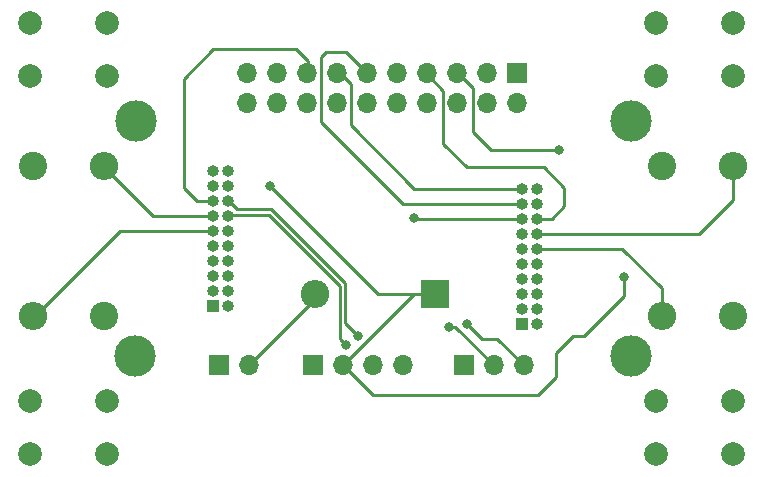
<source format=gbr>
%TF.GenerationSoftware,KiCad,Pcbnew,(6.0.5)*%
%TF.CreationDate,2023-09-26T15:27:10-04:00*%
%TF.ProjectId,lcd_128_io_board,6c63645f-3132-4385-9f69-6f5f626f6172,rev?*%
%TF.SameCoordinates,Original*%
%TF.FileFunction,Copper,L2,Bot*%
%TF.FilePolarity,Positive*%
%FSLAX46Y46*%
G04 Gerber Fmt 4.6, Leading zero omitted, Abs format (unit mm)*
G04 Created by KiCad (PCBNEW (6.0.5)) date 2023-09-26 15:27:10*
%MOMM*%
%LPD*%
G01*
G04 APERTURE LIST*
%TA.AperFunction,ComponentPad*%
%ADD10C,2.000000*%
%TD*%
%TA.AperFunction,ComponentPad*%
%ADD11R,1.700000X1.700000*%
%TD*%
%TA.AperFunction,ComponentPad*%
%ADD12O,1.700000X1.700000*%
%TD*%
%TA.AperFunction,ComponentPad*%
%ADD13C,2.400000*%
%TD*%
%TA.AperFunction,ComponentPad*%
%ADD14O,2.400000X2.400000*%
%TD*%
%TA.AperFunction,ComponentPad*%
%ADD15R,2.400000X2.400000*%
%TD*%
%TA.AperFunction,ComponentPad*%
%ADD16R,1.000000X1.000000*%
%TD*%
%TA.AperFunction,ComponentPad*%
%ADD17O,1.000000X1.000000*%
%TD*%
%TA.AperFunction,ViaPad*%
%ADD18C,3.500000*%
%TD*%
%TA.AperFunction,ViaPad*%
%ADD19C,0.800000*%
%TD*%
%TA.AperFunction,Conductor*%
%ADD20C,0.250000*%
%TD*%
G04 APERTURE END LIST*
D10*
%TO.P,SW1,1,1*%
%TO.N,GND*%
X159250000Y-126500000D03*
X152750000Y-126500000D03*
%TO.P,SW1,2,2*%
%TO.N,GP28*%
X159250000Y-131000000D03*
X152750000Y-131000000D03*
%TD*%
D11*
%TO.P,J5,1,Pin_1*%
%TO.N,GND*%
X123700000Y-123500000D03*
D12*
%TO.P,J5,2,Pin_2*%
%TO.N,VDD*%
X126240000Y-123500000D03*
%TO.P,J5,3,Pin_3*%
%TO.N,SDA*%
X128780000Y-123500000D03*
%TO.P,J5,4,Pin_4*%
%TO.N,SCL*%
X131320000Y-123500000D03*
%TD*%
D13*
%TO.P,R4,1*%
%TO.N,VDD*%
X159250000Y-119350000D03*
D14*
%TO.P,R4,2*%
%TO.N,GP27*%
X159250000Y-106650000D03*
%TD*%
D10*
%TO.P,SW3,1,1*%
%TO.N,GND*%
X99750000Y-94500000D03*
X106250000Y-94500000D03*
%TO.P,SW3,2,2*%
%TO.N,GP14*%
X99750000Y-99000000D03*
X106250000Y-99000000D03*
%TD*%
D11*
%TO.P,J6,1,Pin_1*%
%TO.N,AREF*%
X141000000Y-98725000D03*
D12*
%TO.P,J6,2,Pin_2*%
%TO.N,GP19*%
X141000000Y-101265000D03*
%TO.P,J6,3,Pin_3*%
%TO.N,RUN*%
X138460000Y-98725000D03*
%TO.P,J6,4,Pin_4*%
%TO.N,GP20*%
X138460000Y-101265000D03*
%TO.P,J6,5,Pin_5*%
%TO.N,BAT_ADC*%
X135920000Y-98725000D03*
%TO.P,J6,6,Pin_6*%
%TO.N,GP21*%
X135920000Y-101265000D03*
%TO.P,J6,7,Pin_7*%
%TO.N,GP26*%
X133380000Y-98725000D03*
%TO.P,J6,8,Pin_8*%
%TO.N,GP22*%
X133380000Y-101265000D03*
%TO.P,J6,9,Pin_9*%
%TO.N,GP18*%
X130840000Y-98725000D03*
%TO.P,J6,10,Pin_10*%
%TO.N,GP2*%
X130840000Y-101265000D03*
%TO.P,J6,11,Pin_11*%
%TO.N,GP17*%
X128300000Y-98725000D03*
%TO.P,J6,12,Pin_12*%
%TO.N,GP3*%
X128300000Y-101265000D03*
%TO.P,J6,13,Pin_13*%
%TO.N,GP16*%
X125760000Y-98725000D03*
%TO.P,J6,14,Pin_14*%
%TO.N,GP4*%
X125760000Y-101265000D03*
%TO.P,J6,15,Pin_15*%
%TO.N,GP15*%
X123220000Y-98725000D03*
%TO.P,J6,16,Pin_16*%
%TO.N,GP5*%
X123220000Y-101265000D03*
%TO.P,J6,17,Pin_17*%
%TO.N,GND*%
X120680000Y-98725000D03*
%TO.P,J6,18,Pin_18*%
%TO.N,VDD*%
X120680000Y-101265000D03*
%TO.P,J6,19,Pin_19*%
%TO.N,GND*%
X118140000Y-98725000D03*
%TO.P,J6,20,Pin_20*%
%TO.N,VDD*%
X118140000Y-101265000D03*
%TD*%
D15*
%TO.P,D1,1,K*%
%TO.N,VDD*%
X134000000Y-117500000D03*
D14*
%TO.P,D1,2,A*%
%TO.N,Net-(D1-Pad2)*%
X123840000Y-117500000D03*
%TD*%
D11*
%TO.P,J1,1,Pin_1*%
%TO.N,GND*%
X136475000Y-123500000D03*
D12*
%TO.P,J1,2,Pin_2*%
%TO.N,UART_TX*%
X139015000Y-123500000D03*
%TO.P,J1,3,Pin_3*%
%TO.N,UART_RX*%
X141555000Y-123500000D03*
%TD*%
D11*
%TO.P,J2,1,Pin_1*%
%TO.N,GND*%
X115725000Y-123500000D03*
D12*
%TO.P,J2,2,Pin_2*%
%TO.N,Net-(D1-Pad2)*%
X118265000Y-123500000D03*
%TD*%
D13*
%TO.P,R1,1*%
%TO.N,VDD*%
X153250000Y-106650000D03*
D14*
%TO.P,R1,2*%
%TO.N,GP28*%
X153250000Y-119350000D03*
%TD*%
D10*
%TO.P,SW4,1,1*%
%TO.N,GND*%
X159250000Y-99000000D03*
X152750000Y-99000000D03*
%TO.P,SW4,2,2*%
%TO.N,GP27*%
X159250000Y-94500000D03*
X152750000Y-94500000D03*
%TD*%
D13*
%TO.P,R3,1*%
%TO.N,VDD*%
X106000000Y-119350000D03*
D14*
%TO.P,R3,2*%
%TO.N,GP14*%
X106000000Y-106650000D03*
%TD*%
D13*
%TO.P,R2,1*%
%TO.N,VDD*%
X100000000Y-106650000D03*
D14*
%TO.P,R2,2*%
%TO.N,GP13*%
X100000000Y-119350000D03*
%TD*%
D10*
%TO.P,SW2,1,1*%
%TO.N,GND*%
X99750000Y-131000000D03*
X106250000Y-131000000D03*
%TO.P,SW2,2,2*%
%TO.N,GP13*%
X106250000Y-126500000D03*
X99750000Y-126500000D03*
%TD*%
D16*
%TO.P,J3,1,Pin_1*%
%TO.N,LCD_DC*%
X115230000Y-118500000D03*
D17*
%TO.P,J3,2,Pin_2*%
%TO.N,UART_TX*%
X116500000Y-118500000D03*
%TO.P,J3,3,Pin_3*%
%TO.N,LCD_CS*%
X115230000Y-117230000D03*
%TO.P,J3,4,Pin_4*%
%TO.N,UART_RX*%
X116500000Y-117230000D03*
%TO.P,J3,5,Pin_5*%
%TO.N,LCD_CLK*%
X115230000Y-115960000D03*
%TO.P,J3,6,Pin_6*%
%TO.N,GP2*%
X116500000Y-115960000D03*
%TO.P,J3,7,Pin_7*%
%TO.N,LCD_DIN*%
X115230000Y-114690000D03*
%TO.P,J3,8,Pin_8*%
%TO.N,GP3*%
X116500000Y-114690000D03*
%TO.P,J3,9,Pin_9*%
%TO.N,LCD_RST*%
X115230000Y-113420000D03*
%TO.P,J3,10,Pin_10*%
%TO.N,GP4*%
X116500000Y-113420000D03*
%TO.P,J3,11,Pin_11*%
%TO.N,GP13*%
X115230000Y-112150000D03*
%TO.P,J3,12,Pin_12*%
%TO.N,GP5*%
X116500000Y-112150000D03*
%TO.P,J3,13,Pin_13*%
%TO.N,GP14*%
X115230000Y-110880000D03*
%TO.P,J3,14,Pin_14*%
%TO.N,SDA*%
X116500000Y-110880000D03*
%TO.P,J3,15,Pin_15*%
%TO.N,GP15*%
X115230000Y-109610000D03*
%TO.P,J3,16,Pin_16*%
%TO.N,SCL*%
X116500000Y-109610000D03*
%TO.P,J3,17,Pin_17*%
%TO.N,SWCLK*%
X115230000Y-108340000D03*
%TO.P,J3,18,Pin_18*%
%TO.N,VDD*%
X116500000Y-108340000D03*
%TO.P,J3,19,Pin_19*%
%TO.N,SWDIO*%
X115230000Y-107070000D03*
%TO.P,J3,20,Pin_20*%
%TO.N,GND*%
X116500000Y-107070000D03*
%TD*%
D16*
%TO.P,J4,1,Pin_1*%
%TO.N,GND*%
X141375000Y-119975000D03*
D17*
%TO.P,J4,2,Pin_2*%
X142645000Y-119975000D03*
%TO.P,J4,3,Pin_3*%
%TO.N,VDD*%
X141375000Y-118705000D03*
%TO.P,J4,4,Pin_4*%
%TO.N,AREF*%
X142645000Y-118705000D03*
%TO.P,J4,5,Pin_5*%
%TO.N,IMU_INT1*%
X141375000Y-117435000D03*
%TO.P,J4,6,Pin_6*%
%TO.N,BOOT*%
X142645000Y-117435000D03*
%TO.P,J4,7,Pin_7*%
%TO.N,GP22*%
X141375000Y-116165000D03*
%TO.P,J4,8,Pin_8*%
%TO.N,RUN*%
X142645000Y-116165000D03*
%TO.P,J4,9,Pin_9*%
%TO.N,GP21*%
X141375000Y-114895000D03*
%TO.P,J4,10,Pin_10*%
%TO.N,BAT_ADC*%
X142645000Y-114895000D03*
%TO.P,J4,11,Pin_11*%
%TO.N,GP20*%
X141375000Y-113625000D03*
%TO.P,J4,12,Pin_12*%
%TO.N,GP28*%
X142645000Y-113625000D03*
%TO.P,J4,13,Pin_13*%
%TO.N,GP19*%
X141375000Y-112355000D03*
%TO.P,J4,14,Pin_14*%
%TO.N,GP27*%
X142645000Y-112355000D03*
%TO.P,J4,15,Pin_15*%
%TO.N,GP18*%
X141375000Y-111085000D03*
%TO.P,J4,16,Pin_16*%
%TO.N,GP26*%
X142645000Y-111085000D03*
%TO.P,J4,17,Pin_17*%
%TO.N,GP17*%
X141375000Y-109815000D03*
%TO.P,J4,18,Pin_18*%
%TO.N,LCD_BL*%
X142645000Y-109815000D03*
%TO.P,J4,19,Pin_19*%
%TO.N,GP16*%
X141375000Y-108545000D03*
%TO.P,J4,20,Pin_20*%
%TO.N,IMU_INT2*%
X142645000Y-108545000D03*
%TD*%
D18*
%TO.N,*%
X150620000Y-122750000D03*
X108630000Y-122740000D03*
X108680000Y-102810000D03*
X150600000Y-102840000D03*
D19*
%TO.N,VDD*%
X150000000Y-116000000D03*
X120090000Y-108340000D03*
%TO.N,UART_TX*%
X135250000Y-120250000D03*
%TO.N,UART_RX*%
X136750000Y-120000000D03*
%TO.N,SDA*%
X126500000Y-121750000D03*
%TO.N,SCL*%
X127500000Y-121000000D03*
%TO.N,BAT_ADC*%
X144500000Y-105250000D03*
%TO.N,GP18*%
X132250000Y-111000000D03*
%TD*%
D20*
%TO.N,VDD*%
X126240000Y-123500000D02*
X132240000Y-117500000D01*
X128750000Y-126000000D02*
X126250000Y-123500000D01*
X144250000Y-122500000D02*
X144250000Y-124500000D01*
X144250000Y-124500000D02*
X142750000Y-126000000D01*
X150000000Y-117635718D02*
X146635718Y-121000000D01*
X132240000Y-117500000D02*
X134000000Y-117500000D01*
X145750000Y-121000000D02*
X144250000Y-122500000D01*
X142750000Y-126000000D02*
X128750000Y-126000000D01*
X129250000Y-117500000D02*
X132240000Y-117500000D01*
X150000000Y-116000000D02*
X150000000Y-117635718D01*
X120090000Y-108340000D02*
X129250000Y-117500000D01*
X146635718Y-121000000D02*
X145750000Y-121000000D01*
%TO.N,UART_TX*%
X135750000Y-120250000D02*
X139000000Y-123500000D01*
X135250000Y-120250000D02*
X135750000Y-120250000D01*
%TO.N,UART_RX*%
X138000000Y-121250000D02*
X136750000Y-120000000D01*
X141555000Y-123500000D02*
X139305000Y-121250000D01*
X139305000Y-121250000D02*
X138000000Y-121250000D01*
%TO.N,GP13*%
X115230000Y-112150000D02*
X107350000Y-112150000D01*
X107350000Y-112150000D02*
X100000000Y-119500000D01*
%TO.N,GP14*%
X115230000Y-110880000D02*
X110130000Y-110880000D01*
X110130000Y-110880000D02*
X105750000Y-106500000D01*
%TO.N,SDA*%
X120000000Y-110750000D02*
X116500000Y-110750000D01*
X126500000Y-121750000D02*
X126000000Y-121250000D01*
X126000000Y-121250000D02*
X126000000Y-116750000D01*
X126000000Y-116750000D02*
X120000000Y-110750000D01*
%TO.N,GP15*%
X115250000Y-96750000D02*
X122250000Y-96750000D01*
X122250000Y-96750000D02*
X123250000Y-97750000D01*
X123250000Y-97750000D02*
X123250000Y-98500000D01*
X115230000Y-109610000D02*
X113860000Y-109610000D01*
X112750000Y-99250000D02*
X115250000Y-96750000D01*
X112750000Y-108500000D02*
X112750000Y-99250000D01*
X113860000Y-109610000D02*
X112750000Y-108500000D01*
%TO.N,SCL*%
X126449520Y-119949520D02*
X126449520Y-116563803D01*
X120186197Y-110300480D02*
X117300480Y-110300480D01*
X127500000Y-121000000D02*
X126449520Y-119949520D01*
X117300480Y-110300480D02*
X116500000Y-109500000D01*
X126449520Y-116563803D02*
X120186197Y-110300480D01*
%TO.N,BAT_ADC*%
X144500000Y-105250000D02*
X138750000Y-105250000D01*
X137250000Y-103750000D02*
X137250000Y-100000000D01*
X137250000Y-100000000D02*
X136000000Y-98750000D01*
X138750000Y-105250000D02*
X137250000Y-103750000D01*
%TO.N,GP28*%
X153250000Y-117000000D02*
X153250000Y-119250000D01*
X142645000Y-113625000D02*
X149875000Y-113625000D01*
X149875000Y-113625000D02*
X153250000Y-117000000D01*
%TO.N,GP27*%
X159250000Y-109500000D02*
X159250000Y-107000000D01*
X142645000Y-112355000D02*
X156395000Y-112355000D01*
X156395000Y-112355000D02*
X159250000Y-109500000D01*
%TO.N,GP18*%
X132085000Y-111085000D02*
X132000000Y-111000000D01*
X141375000Y-111085000D02*
X132085000Y-111085000D01*
%TO.N,GP26*%
X145000000Y-110000000D02*
X145000000Y-108500000D01*
X143250000Y-106750000D02*
X136750000Y-106750000D01*
X142645000Y-111085000D02*
X143915000Y-111085000D01*
X134745489Y-100245489D02*
X133250000Y-98750000D01*
X143915000Y-111085000D02*
X145000000Y-110000000D01*
X145000000Y-108500000D02*
X143250000Y-106750000D01*
X134745489Y-104745489D02*
X134745489Y-100245489D01*
X136750000Y-106750000D02*
X134745489Y-104745489D01*
%TO.N,GP17*%
X141375000Y-109815000D02*
X131315000Y-109815000D01*
X124789022Y-97000000D02*
X126500000Y-97000000D01*
X124394511Y-97394511D02*
X124789022Y-97000000D01*
X131315000Y-109815000D02*
X124394511Y-102894511D01*
X124394511Y-102894511D02*
X124394511Y-97394511D01*
X126500000Y-97000000D02*
X128250000Y-98750000D01*
%TO.N,GP16*%
X132295000Y-108545000D02*
X126934511Y-103184511D01*
X141375000Y-108545000D02*
X132295000Y-108545000D01*
X126934511Y-103184511D02*
X126934511Y-99684511D01*
X126934511Y-99684511D02*
X125750000Y-98500000D01*
%TO.N,Net-(D1-Pad2)*%
X118265000Y-123500000D02*
X123750000Y-118015000D01*
X123750000Y-118015000D02*
X123750000Y-117500000D01*
%TD*%
M02*

</source>
